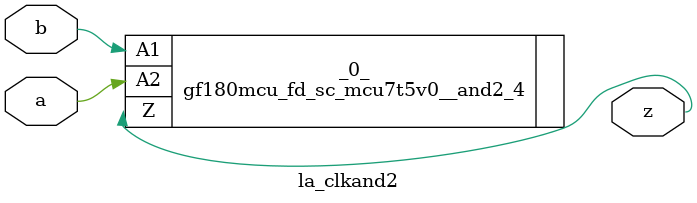
<source format=v>

/* Generated by Yosys 0.44 (git sha1 80ba43d26, g++ 11.4.0-1ubuntu1~22.04 -fPIC -O3) */

(* top =  1  *)
(* src = "inputs/la_clkand2.v:10.1-20.10" *)
module la_clkand2 (
    a,
    b,
    z
);
  (* src = "inputs/la_clkand2.v:13.12-13.13" *)
  input a;
  wire a;
  (* src = "inputs/la_clkand2.v:14.12-14.13" *)
  input b;
  wire b;
  (* src = "inputs/la_clkand2.v:15.12-15.13" *)
  output z;
  wire z;
  gf180mcu_fd_sc_mcu7t5v0__and2_4 _0_ (
      .A1(b),
      .A2(a),
      .Z (z)
  );
endmodule

</source>
